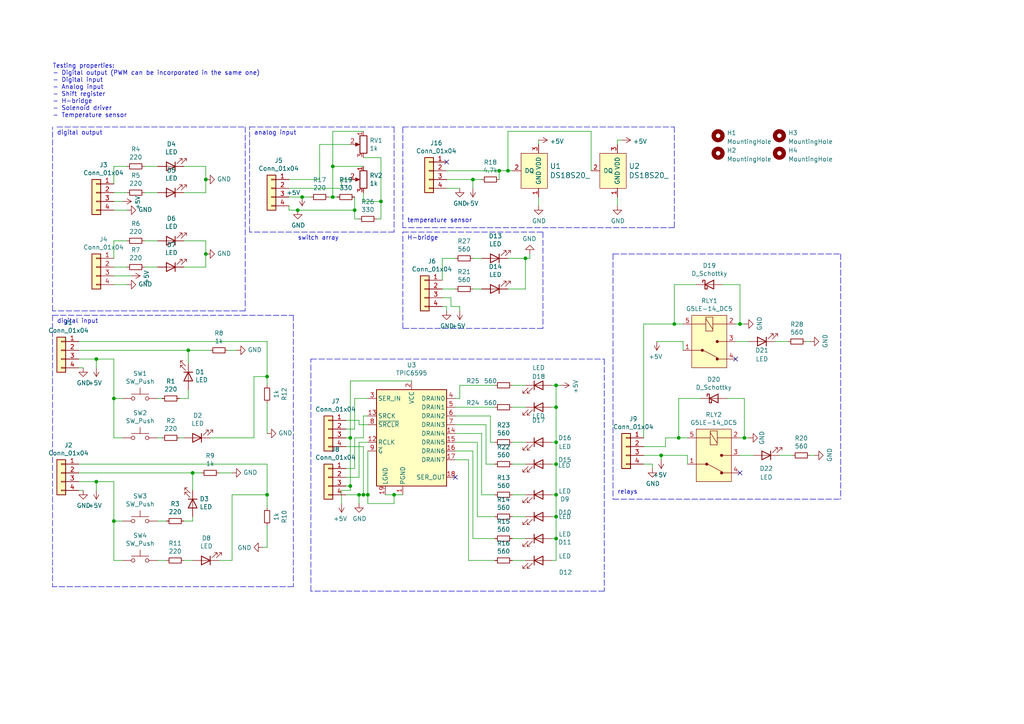
<source format=kicad_sch>
(kicad_sch (version 20211123) (generator eeschema)
  (paper "A4")
  (lib_symbols
    (symbol "Mechanical:MountingHole" (pin_names (offset 1.016))
      (property "Reference" "H" (at 0 5.08 0))
      (property "Value" "MountingHole" (at 0 3.175 0))
    )
    (symbol "testing_board-rescue:+5V-power" (power) (pin_names (offset 0))
      (property "Value" "+5V-power" (at 0 3.556 0))
      (symbol "+5V-power_1_1"
        (pin power_in line (at 0 0 90) (length 0) hide (name "+5V") (number "1"))
      )
    )
    (symbol "testing_board-rescue:Conn_01x04-Connector_Generic" (pin_names (offset 1.016) hide)
      (property "Reference" "J" (at 0 5.08 0))
      (property "Value" "Conn_01x04-Connector_Generic" (at 0 -7.62 0))
      (symbol "Conn_01x04-Connector_Generic_1_1"
        (pin passive line (at -5.08 2.54 0) (length 3.81) (name "Pin_1") (number "1"))
        (pin passive line (at -5.08 0 0) (length 3.81) (name "Pin_2") (number "2"))
        (pin passive line (at -5.08 -2.54 0) (length 3.81) (name "Pin_3") (number "3"))
        (pin passive line (at -5.08 -5.08 0) (length 3.81) (name "Pin_4") (number "4"))
      )
    )
    (symbol "testing_board-rescue:DS18S20_-dk_Temperature-Sensors-Analog-and-Digital-Output" (pin_names (offset 1.016))
      (property "Reference" "U" (at -5.08 6.35 0))
      (property "Value" "DS18S20_-dk_Temperature-Sensors-Analog-and-Digital-Output" (at 3.81 -7.62 90))
      (symbol "DS18S20_-dk_Temperature-Sensors-Analog-and-Digital-Output_1_1"
        (pin power_in line (at 0 -7.62 90) (length 2.54) (name "GND") (number "1"))
        (pin bidirectional line (at -7.62 0 0) (length 2.54) (name "DQ") (number "2"))
        (pin power_in line (at 0 7.62 270) (length 2.54) (name "VDD") (number "3"))
      )
    )
    (symbol "testing_board-rescue:D_Schottky-Device" (pin_numbers hide) (pin_names (offset 1.016) hide)
      (property "Reference" "D" (at 0 2.54 0))
      (property "Value" "D_Schottky-Device" (at 0 -2.54 0))
      (symbol "D_Schottky-Device_1_1"
        (pin passive line (at -3.81 0 0) (length 2.54) (name "K") (number "1"))
        (pin passive line (at 3.81 0 180) (length 2.54) (name "A") (number "2"))
      )
    )
    (symbol "testing_board-rescue:G5LE-14_DC5-dk_Power-Relays-Over-2-Amps" (pin_names (offset 0) hide)
      (property "Reference" "RLY" (at -8.636 6.858 0))
      (property "Value" "G5LE-14_DC5-dk_Power-Relays-Over-2-Amps" (at -8.89 5.08 90))
      (symbol "G5LE-14_DC5-dk_Power-Relays-Over-2-Amps_1_1"
        (pin passive line (at 2.54 -7.62 90) (length 2.54) (name "COM") (number "1"))
        (pin passive line (at -5.08 7.62 270) (length 2.54) (name "COIL") (number "2"))
        (pin passive line (at 0 7.62 270) (length 2.54) (name "NO") (number "3"))
        (pin passive line (at 5.08 7.62 270) (length 2.54) (name "NC") (number "4"))
        (pin passive line (at -5.08 -7.62 90) (length 2.54) (name "COIL") (number "5"))
      )
    )
    (symbol "testing_board-rescue:GND-power" (power) (pin_names (offset 0))
      (property "Value" "GND-power" (at 0 -3.81 0))
      (symbol "GND-power_1_1"
        (pin power_in line (at 0 0 270) (length 0) hide (name "GND") (number "1"))
      )
    )
    (symbol "testing_board-rescue:LED-Device" (pin_numbers hide) (pin_names (offset 1.016) hide)
      (property "Reference" "D" (at 0 2.54 0))
      (property "Value" "LED-Device" (at 0 -2.54 0))
      (symbol "LED-Device_1_1"
        (pin passive line (at -3.81 0 0) (length 2.54) (name "K") (number "1"))
        (pin passive line (at 3.81 0 180) (length 2.54) (name "A") (number "2"))
      )
    )
    (symbol "testing_board-rescue:R_POT-Device" (pin_names (offset 1.016) hide)
      (property "Reference" "RV" (at -4.445 0 90))
      (property "Value" "R_POT-Device" (at -2.54 0 90))
      (symbol "R_POT-Device_1_1"
        (pin passive line (at 0 3.81 270) (length 1.27) (name "1") (number "1"))
        (pin passive line (at 3.81 0 180) (length 1.27) (name "2") (number "2"))
        (pin passive line (at 0 -3.81 90) (length 1.27) (name "3") (number "3"))
      )
    )
    (symbol "testing_board-rescue:R_Small-Device" (pin_numbers hide) (pin_names (offset 0.254) hide)
      (property "Reference" "R" (at 0.762 0.508 0))
      (property "Value" "R_Small-Device" (at 0.762 -1.016 0))
      (symbol "R_Small-Device_1_1"
        (pin passive line (at 0 2.54 270) (length 0.762) (name "~") (number "1"))
        (pin passive line (at 0 -2.54 90) (length 0.762) (name "~") (number "2"))
      )
    )
    (symbol "testing_board-rescue:SW_Push-Switch" (pin_numbers hide) (pin_names (offset 1.016) hide)
      (property "Reference" "SW" (at 1.27 2.54 0))
      (property "Value" "SW_Push-Switch" (at 0 -1.524 0))
      (symbol "SW_Push-Switch_0_1"
        (pin passive line (at -5.08 0 0) (length 2.54) (name "1") (number "1"))
        (pin passive line (at 5.08 0 180) (length 2.54) (name "2") (number "2"))
      )
    )
    (symbol "testing_board-rescue:TPIC6595-Interface_Expansion" (pin_names (offset 0.381))
      (property "Reference" "U" (at -8.89 13.97 0))
      (property "Value" "TPIC6595-Interface_Expansion" (at 6.35 13.97 0))
      (symbol "TPIC6595-Interface_Expansion_1_1"
        (pin power_in line (at -2.54 -17.78 90) (length 2.54) (name "PGND") (number "1"))
        (pin passive line (at -2.54 -17.78 90) (length 2.54) hide (name "PGND") (number "10"))
        (pin passive line (at -2.54 -17.78 90) (length 2.54) hide (name "PGND") (number "11"))
        (pin input line (at -12.7 -2.54 0) (length 2.54) (name "RCLK") (number "12"))
        (pin input line (at -12.7 5.08 0) (length 2.54) (name "SRCK") (number "13"))
        (pin open_collector line (at 12.7 0 180) (length 2.54) (name "DRAIN4") (number "14"))
        (pin open_collector line (at 12.7 -2.54 180) (length 2.54) (name "DRAIN5") (number "15"))
        (pin open_collector line (at 12.7 -5.08 180) (length 2.54) (name "DRAIN6") (number "16"))
        (pin open_collector line (at 12.7 -7.62 180) (length 2.54) (name "DRAIN7") (number "17"))
        (pin output line (at 12.7 -12.7 180) (length 2.54) (name "SER_OUT") (number "18"))
        (pin power_in line (at -7.62 -17.78 90) (length 2.54) (name "LGND") (number "19"))
        (pin power_in line (at 0 15.24 270) (length 2.54) (name "VCC") (number "2"))
        (pin passive line (at -2.54 -17.78 90) (length 2.54) hide (name "PGND") (number "20"))
        (pin input line (at -12.7 10.16 0) (length 2.54) (name "SER_IN") (number "3"))
        (pin open_collector line (at 12.7 10.16 180) (length 2.54) (name "DRAIN0") (number "4"))
        (pin open_collector line (at 12.7 7.62 180) (length 2.54) (name "DRAIN1") (number "5"))
        (pin open_collector line (at 12.7 5.08 180) (length 2.54) (name "DRAIN2") (number "6"))
        (pin open_collector line (at 12.7 2.54 180) (length 2.54) (name "DRAIN3") (number "7"))
        (pin input line (at -12.7 2.54 0) (length 2.54) (name "~{SRCLR}") (number "8"))
        (pin input line (at -12.7 -5.08 0) (length 2.54) (name "~{G}") (number "9"))
      )
    )
  )
  (junction (at 104.14 143.51))
  (junction (at 77.47 109.22))
  (junction (at 102.87 60.96))
  (junction (at 161.29 143.51))
  (junction (at 96.52 48.26))
  (junction (at 161.29 128.27))
  (junction (at 101.6 127))
  (junction (at 77.47 143.51))
  (junction (at 105.41 143.51))
  (junction (at 27.94 104.14))
  (junction (at 87.63 57.15))
  (junction (at 161.29 118.11))
  (junction (at 195.58 93.98))
  (junction (at 110.49 58.42))
  (junction (at 114.3 143.51))
  (junction (at 147.32 49.53))
  (junction (at 27.94 139.7))
  (junction (at 144.78 49.53))
  (junction (at 196.85 127))
  (junction (at 215.9 127))
  (junction (at 59.69 73.66))
  (junction (at 214.63 93.98))
  (junction (at 96.52 57.15))
  (junction (at 152.4 74.93))
  (junction (at 161.29 149.86))
  (junction (at 55.88 137.16))
  (junction (at 33.02 115.57))
  (junction (at 101.6 140.97))
  (junction (at 59.69 52.07))
  (junction (at 33.02 151.13))
  (junction (at 86.36 60.96))
  (junction (at 137.16 52.07))
  (junction (at 161.29 134.62))
  (junction (at 161.29 156.21))
  (junction (at 161.29 111.76))
  (junction (at 54.61 101.6))
  (junction (at 106.68 143.51))
  (junction (at 191.77 132.08))
  (no_connect (at 213.36 104.14))
  (no_connect (at 129.54 46.99))
  (no_connect (at 214.63 137.16))
  (no_connect (at 132.08 138.43))
  (wire (pts (xy 52.07 127) (xy 53.34 127)))
  (wire (pts (xy 180.34 40.64) (xy 179.07 40.64)))
  (wire (pts (xy 77.47 134.62) (xy 22.86 134.62)))
  (wire (pts (xy 195.58 93.98) (xy 198.12 93.98)))
  (wire (pts (xy 106.68 146.05) (xy 114.3 146.05)))
  (wire (pts (xy 46.99 127) (xy 45.72 127)))
  (wire (pts (xy 100.33 121.92) (xy 104.14 121.92)))
  (wire (pts (xy 148.59 149.86) (xy 152.4 149.86)))
  (wire (pts (xy 132.08 118.11) (xy 143.51 118.11)))
  (wire (pts (xy 33.02 58.42) (xy 35.56 58.42)))
  (wire (pts (xy 99.06 52.07) (xy 99.06 54.61)))
  (polyline (pts (xy 15.24 91.44) (xy 15.24 170.18)))
  (wire (pts (xy 142.24 128.27) (xy 143.51 128.27)))
  (wire (pts (xy 83.82 57.15) (xy 87.63 57.15)))
  (polyline (pts (xy 72.39 36.83) (xy 114.3 36.83)))
  (wire (pts (xy 148.59 118.11) (xy 152.4 118.11)))
  (wire (pts (xy 67.31 143.51) (xy 77.47 143.51)))
  (wire (pts (xy 33.02 80.01) (xy 38.1 80.01)))
  (wire (pts (xy 33.02 162.56) (xy 35.56 162.56)))
  (wire (pts (xy 147.32 38.1) (xy 171.45 38.1)))
  (polyline (pts (xy 177.8 144.78) (xy 243.84 144.78)))
  (wire (pts (xy 215.9 93.98) (xy 214.63 93.98)))
  (wire (pts (xy 22.86 142.24) (xy 24.13 142.24)))
  (wire (pts (xy 196.85 127) (xy 199.39 127)))
  (wire (pts (xy 161.29 143.51) (xy 161.29 149.86)))
  (wire (pts (xy 129.54 88.9) (xy 128.27 88.9)))
  (wire (pts (xy 160.02 156.21) (xy 161.29 156.21)))
  (wire (pts (xy 196.85 115.57) (xy 203.2 115.57)))
  (wire (pts (xy 196.85 115.57) (xy 196.85 127)))
  (wire (pts (xy 137.16 52.07) (xy 129.54 52.07)))
  (wire (pts (xy 215.9 127) (xy 214.63 127)))
  (wire (pts (xy 106.68 130.81) (xy 106.68 143.51)))
  (wire (pts (xy 132.08 130.81) (xy 137.16 130.81)))
  (wire (pts (xy 148.59 156.21) (xy 152.4 156.21)))
  (wire (pts (xy 101.6 127) (xy 101.6 140.97)))
  (wire (pts (xy 102.87 135.89) (xy 102.87 127)))
  (wire (pts (xy 186.69 129.54) (xy 193.04 129.54)))
  (wire (pts (xy 128.27 74.93) (xy 132.08 74.93)))
  (wire (pts (xy 63.5 137.16) (xy 67.31 137.16)))
  (wire (pts (xy 217.17 99.06) (xy 213.36 99.06)))
  (wire (pts (xy 189.23 134.62) (xy 189.23 135.89)))
  (wire (pts (xy 102.87 124.46) (xy 102.87 115.57)))
  (wire (pts (xy 186.69 93.98) (xy 195.58 93.98)))
  (wire (pts (xy 53.34 77.47) (xy 59.69 77.47)))
  (wire (pts (xy 147.32 49.53) (xy 148.59 49.53)))
  (polyline (pts (xy 177.8 73.66) (xy 243.84 73.66)))
  (wire (pts (xy 139.7 143.51) (xy 143.51 143.51)))
  (wire (pts (xy 156.21 57.15) (xy 156.21 59.69)))
  (polyline (pts (xy 85.09 91.44) (xy 85.09 170.18)))
  (wire (pts (xy 33.02 82.55) (xy 36.83 82.55)))
  (wire (pts (xy 59.69 77.47) (xy 59.69 73.66)))
  (wire (pts (xy 99.06 146.05) (xy 99.06 142.24)))
  (wire (pts (xy 104.14 123.19) (xy 106.68 123.19)))
  (wire (pts (xy 100.33 143.51) (xy 104.14 143.51)))
  (wire (pts (xy 161.29 111.76) (xy 162.56 111.76)))
  (wire (pts (xy 87.63 57.15) (xy 90.17 57.15)))
  (wire (pts (xy 102.87 115.57) (xy 106.68 115.57)))
  (wire (pts (xy 161.29 162.56) (xy 160.02 162.56)))
  (wire (pts (xy 77.47 99.06) (xy 22.86 99.06)))
  (wire (pts (xy 106.68 143.51) (xy 106.68 146.05)))
  (wire (pts (xy 22.86 101.6) (xy 54.61 101.6)))
  (wire (pts (xy 156.21 40.64) (xy 156.21 41.91)))
  (wire (pts (xy 33.02 60.96) (xy 36.83 60.96)))
  (wire (pts (xy 33.02 127) (xy 35.56 127)))
  (polyline (pts (xy 90.17 171.45) (xy 90.17 104.14)))
  (wire (pts (xy 33.02 53.34) (xy 33.02 48.26)))
  (wire (pts (xy 186.69 127) (xy 186.69 93.98)))
  (wire (pts (xy 53.34 69.85) (xy 59.69 69.85)))
  (wire (pts (xy 66.04 101.6) (xy 68.58 101.6)))
  (wire (pts (xy 129.54 49.53) (xy 144.78 49.53)))
  (wire (pts (xy 142.24 120.65) (xy 142.24 128.27)))
  (wire (pts (xy 59.69 69.85) (xy 59.69 73.66)))
  (wire (pts (xy 41.91 55.88) (xy 45.72 55.88)))
  (wire (pts (xy 214.63 93.98) (xy 213.36 93.98)))
  (wire (pts (xy 105.41 120.65) (xy 106.68 120.65)))
  (wire (pts (xy 95.25 57.15) (xy 96.52 57.15)))
  (wire (pts (xy 152.4 74.93) (xy 152.4 83.82)))
  (wire (pts (xy 138.43 149.86) (xy 138.43 128.27)))
  (wire (pts (xy 105.41 143.51) (xy 104.14 143.51)))
  (wire (pts (xy 218.44 132.08) (xy 214.63 132.08)))
  (wire (pts (xy 101.6 140.97) (xy 100.33 140.97)))
  (wire (pts (xy 137.16 83.82) (xy 139.7 83.82)))
  (wire (pts (xy 27.94 104.14) (xy 33.02 104.14)))
  (polyline (pts (xy 157.48 95.25) (xy 116.84 95.25)))
  (wire (pts (xy 41.91 69.85) (xy 45.72 69.85)))
  (wire (pts (xy 140.97 134.62) (xy 143.51 134.62)))
  (wire (pts (xy 144.78 49.53) (xy 147.32 49.53)))
  (wire (pts (xy 41.91 48.26) (xy 45.72 48.26)))
  (polyline (pts (xy 195.58 66.04) (xy 116.84 66.04)))
  (wire (pts (xy 135.89 162.56) (xy 135.89 133.35)))
  (wire (pts (xy 27.94 104.14) (xy 27.94 106.68)))
  (polyline (pts (xy 175.26 104.14) (xy 175.26 171.45)))
  (wire (pts (xy 73.66 109.22) (xy 73.66 127)))
  (wire (pts (xy 53.34 55.88) (xy 59.69 55.88)))
  (wire (pts (xy 130.81 88.9) (xy 133.35 88.9)))
  (wire (pts (xy 100.33 135.89) (xy 102.87 135.89)))
  (wire (pts (xy 27.94 139.7) (xy 33.02 139.7)))
  (wire (pts (xy 102.87 60.96) (xy 86.36 60.96)))
  (wire (pts (xy 67.31 162.56) (xy 67.31 143.51)))
  (wire (pts (xy 161.29 156.21) (xy 161.29 162.56)))
  (polyline (pts (xy 175.26 171.45) (xy 90.17 171.45)))
  (wire (pts (xy 22.86 104.14) (xy 27.94 104.14)))
  (wire (pts (xy 77.47 143.51) (xy 77.47 147.32)))
  (wire (pts (xy 114.3 146.05) (xy 114.3 143.51)))
  (wire (pts (xy 100.33 129.54) (xy 105.41 129.54)))
  (polyline (pts (xy 16.51 36.83) (xy 71.12 36.83)))
  (wire (pts (xy 160.02 111.76) (xy 161.29 111.76)))
  (polyline (pts (xy 195.58 36.83) (xy 195.58 66.04)))
  (wire (pts (xy 86.36 60.96) (xy 83.82 60.96)))
  (polyline (pts (xy 116.84 95.25) (xy 116.84 67.31)))
  (wire (pts (xy 33.02 48.26) (xy 36.83 48.26)))
  (wire (pts (xy 137.16 74.93) (xy 139.7 74.93)))
  (wire (pts (xy 236.22 132.08) (xy 234.95 132.08)))
  (wire (pts (xy 140.97 123.19) (xy 140.97 134.62)))
  (wire (pts (xy 133.35 88.9) (xy 133.35 90.17)))
  (polyline (pts (xy 71.12 90.17) (xy 15.24 90.17)))
  (wire (pts (xy 234.95 99.06) (xy 233.68 99.06)))
  (polyline (pts (xy 15.24 90.17) (xy 15.24 36.83)))
  (polyline (pts (xy 243.84 73.66) (xy 243.84 144.78)))
  (wire (pts (xy 228.6 99.06) (xy 224.79 99.06)))
  (wire (pts (xy 33.02 139.7) (xy 33.02 151.13)))
  (polyline (pts (xy 116.84 36.83) (xy 195.58 36.83)))
  (wire (pts (xy 198.12 99.06) (xy 198.12 101.6)))
  (wire (pts (xy 147.32 74.93) (xy 152.4 74.93)))
  (wire (pts (xy 45.72 115.57) (xy 46.99 115.57)))
  (wire (pts (xy 33.02 74.93) (xy 33.02 69.85)))
  (wire (pts (xy 22.86 137.16) (xy 55.88 137.16)))
  (wire (pts (xy 101.6 142.24) (xy 101.6 140.97)))
  (wire (pts (xy 101.6 127) (xy 101.6 110.49)))
  (wire (pts (xy 105.41 55.88) (xy 105.41 58.42)))
  (polyline (pts (xy 90.17 104.14) (xy 175.26 104.14)))
  (wire (pts (xy 45.72 151.13) (xy 48.26 151.13)))
  (wire (pts (xy 186.69 134.62) (xy 189.23 134.62)))
  (polyline (pts (xy 114.3 36.83) (xy 114.3 67.31)))
  (wire (pts (xy 214.63 82.55) (xy 214.63 93.98)))
  (wire (pts (xy 179.07 40.64) (xy 179.07 41.91)))
  (wire (pts (xy 22.86 139.7) (xy 27.94 139.7)))
  (wire (pts (xy 48.26 162.56) (xy 45.72 162.56)))
  (wire (pts (xy 96.52 57.15) (xy 97.79 57.15)))
  (wire (pts (xy 147.32 83.82) (xy 152.4 83.82)))
  (polyline (pts (xy 85.09 170.18) (xy 15.24 170.18)))
  (wire (pts (xy 171.45 38.1) (xy 171.45 49.53)))
  (wire (pts (xy 114.3 143.51) (xy 116.84 143.51)))
  (wire (pts (xy 104.14 128.27) (xy 106.68 128.27)))
  (wire (pts (xy 132.08 123.19) (xy 140.97 123.19)))
  (wire (pts (xy 143.51 149.86) (xy 138.43 149.86)))
  (wire (pts (xy 195.58 82.55) (xy 201.93 82.55)))
  (wire (pts (xy 100.33 124.46) (xy 102.87 124.46)))
  (wire (pts (xy 161.29 128.27) (xy 161.29 134.62)))
  (wire (pts (xy 77.47 134.62) (xy 77.47 143.51)))
  (wire (pts (xy 153.67 74.93) (xy 153.67 73.66)))
  (wire (pts (xy 83.82 54.61) (xy 99.06 54.61)))
  (wire (pts (xy 33.02 115.57) (xy 33.02 127)))
  (wire (pts (xy 193.04 129.54) (xy 193.04 127)))
  (wire (pts (xy 210.82 115.57) (xy 215.9 115.57)))
  (wire (pts (xy 55.88 149.86) (xy 55.88 151.13)))
  (wire (pts (xy 161.29 128.27) (xy 160.02 128.27)))
  (wire (pts (xy 138.43 128.27) (xy 132.08 128.27)))
  (wire (pts (xy 132.08 83.82) (xy 128.27 83.82)))
  (wire (pts (xy 133.35 111.76) (xy 143.51 111.76)))
  (wire (pts (xy 83.82 60.96) (xy 83.82 59.69)))
  (wire (pts (xy 104.14 143.51) (xy 104.14 146.05)))
  (wire (pts (xy 54.61 105.41) (xy 54.61 101.6)))
  (wire (pts (xy 105.41 127) (xy 105.41 120.65)))
  (wire (pts (xy 139.7 125.73) (xy 139.7 143.51)))
  (wire (pts (xy 128.27 86.36) (xy 130.81 86.36)))
  (wire (pts (xy 110.49 63.5) (xy 109.22 63.5)))
  (wire (pts (xy 104.14 138.43) (xy 104.14 128.27)))
  (wire (pts (xy 199.39 132.08) (xy 199.39 134.62)))
  (wire (pts (xy 186.69 132.08) (xy 191.77 132.08)))
  (wire (pts (xy 33.02 69.85) (xy 36.83 69.85)))
  (polyline (pts (xy 15.24 91.44) (xy 85.09 91.44)))
  (wire (pts (xy 209.55 82.55) (xy 214.63 82.55)))
  (wire (pts (xy 77.47 116.84) (xy 77.47 125.73)))
  (wire (pts (xy 22.86 106.68) (xy 24.13 106.68)))
  (polyline (pts (xy 157.48 67.31) (xy 157.48 95.25)))
  (polyline (pts (xy 177.8 73.66) (xy 177.8 144.78)))
  (wire (pts (xy 161.29 149.86) (xy 161.29 156.21)))
  (wire (pts (xy 132.08 120.65) (xy 142.24 120.65)))
  (wire (pts (xy 148.59 111.76) (xy 152.4 111.76)))
  (wire (pts (xy 148.59 162.56) (xy 152.4 162.56)))
  (wire (pts (xy 92.71 52.07) (xy 83.82 52.07)))
  (wire (pts (xy 67.31 162.56) (xy 63.5 162.56)))
  (wire (pts (xy 77.47 158.75) (xy 76.2 158.75)))
  (wire (pts (xy 101.6 110.49) (xy 119.38 110.49)))
  (wire (pts (xy 102.87 60.96) (xy 102.87 63.5)))
  (wire (pts (xy 41.91 77.47) (xy 45.72 77.47)))
  (wire (pts (xy 137.16 156.21) (xy 143.51 156.21)))
  (wire (pts (xy 55.88 162.56) (xy 53.34 162.56)))
  (wire (pts (xy 105.41 38.1) (xy 96.52 38.1)))
  (wire (pts (xy 215.9 115.57) (xy 215.9 127)))
  (polyline (pts (xy 114.3 67.31) (xy 72.39 67.31)))
  (wire (pts (xy 137.16 130.81) (xy 137.16 156.21)))
  (wire (pts (xy 60.96 127) (xy 73.66 127)))
  (wire (pts (xy 53.34 48.26) (xy 59.69 48.26)))
  (wire (pts (xy 54.61 101.6) (xy 60.96 101.6)))
  (wire (pts (xy 55.88 137.16) (xy 58.42 137.16)))
  (wire (pts (xy 100.33 138.43) (xy 104.14 138.43)))
  (wire (pts (xy 132.08 115.57) (xy 133.35 115.57)))
  (wire (pts (xy 161.29 111.76) (xy 161.29 118.11)))
  (wire (pts (xy 105.41 129.54) (xy 105.41 143.51)))
  (wire (pts (xy 137.16 54.61) (xy 137.16 52.07)))
  (wire (pts (xy 160.02 149.86) (xy 161.29 149.86)))
  (polyline (pts (xy 116.84 66.04) (xy 116.84 36.83)))
  (wire (pts (xy 101.6 52.07) (xy 99.06 52.07)))
  (wire (pts (xy 135.89 133.35) (xy 132.08 133.35)))
  (wire (pts (xy 161.29 118.11) (xy 161.29 128.27)))
  (wire (pts (xy 27.94 139.7) (xy 27.94 142.24)))
  (wire (pts (xy 77.47 152.4) (xy 77.47 158.75)))
  (wire (pts (xy 161.29 134.62) (xy 161.29 143.51)))
  (wire (pts (xy 133.35 115.57) (xy 133.35 111.76)))
  (wire (pts (xy 73.66 109.22) (xy 77.47 109.22)))
  (wire (pts (xy 148.59 128.27) (xy 152.4 128.27)))
  (wire (pts (xy 33.02 151.13) (xy 33.02 162.56)))
  (wire (pts (xy 53.34 151.13) (xy 55.88 151.13)))
  (wire (pts (xy 96.52 48.26) (xy 96.52 57.15)))
  (wire (pts (xy 190.5 99.06) (xy 198.12 99.06)))
  (wire (pts (xy 229.87 132.08) (xy 226.06 132.08)))
  (polyline (pts (xy 72.39 67.31) (xy 72.39 36.83)))
  (wire (pts (xy 77.47 99.06) (xy 77.47 109.22)))
  (wire (pts (xy 102.87 63.5) (xy 104.14 63.5)))
  (wire (pts (xy 111.76 143.51) (xy 114.3 143.51)))
  (wire (pts (xy 152.4 74.93) (xy 153.67 74.93)))
  (wire (pts (xy 195.58 82.55) (xy 195.58 93.98)))
  (wire (pts (xy 129.54 88.9) (xy 129.54 90.17)))
  (wire (pts (xy 105.41 58.42) (xy 110.49 58.42)))
  (wire (pts (xy 143.51 162.56) (xy 135.89 162.56)))
  (polyline (pts (xy 71.12 36.83) (xy 71.12 90.17)))
  (wire (pts (xy 77.47 109.22) (xy 77.47 111.76)))
  (wire (pts (xy 160.02 134.62) (xy 161.29 134.62)))
  (wire (pts (xy 33.02 104.14) (xy 33.02 115.57)))
  (wire (pts (xy 144.78 49.53) (xy 144.78 52.07)))
  (wire (pts (xy 106.68 143.51) (xy 105.41 143.51)))
  (wire (pts (xy 217.17 127) (xy 215.9 127)))
  (wire (pts (xy 104.14 121.92) (xy 104.14 123.19)))
  (wire (pts (xy 147.32 49.53) (xy 147.32 38.1)))
  (wire (pts (xy 110.49 45.72) (xy 110.49 58.42)))
  (wire (pts (xy 33.02 151.13) (xy 35.56 151.13)))
  (wire (pts (xy 55.88 137.16) (xy 55.88 142.24)))
  (wire (pts (xy 54.61 113.03) (xy 54.61 115.57)))
  (wire (pts (xy 130.81 86.36) (xy 130.81 88.9)))
  (wire (pts (xy 128.27 81.28) (xy 128.27 74.93)))
  (wire (pts (xy 102.87 57.15) (xy 102.87 60.96)))
  (wire (pts (xy 191.77 132.08) (xy 191.77 133.35)))
  (wire (pts (xy 102.87 127) (xy 105.41 127)))
  (wire (pts (xy 52.07 115.57) (xy 54.61 115.57)))
  (wire (pts (xy 99.06 142.24) (xy 101.6 142.24)))
  (wire (pts (xy 101.6 41.91) (xy 92.71 41.91)))
  (wire (pts (xy 160.02 143.51) (xy 161.29 143.51)))
  (wire (pts (xy 33.02 77.47) (xy 36.83 77.47)))
  (wire (pts (xy 179.07 57.15) (xy 179.07 59.69)))
  (wire (pts (xy 148.59 143.51) (xy 152.4 143.51)))
  (wire (pts (xy 96.52 48.26) (xy 105.41 48.26)))
  (wire (pts (xy 193.04 127) (xy 196.85 127)))
  (wire (pts (xy 137.16 52.07) (xy 139.7 52.07)))
  (wire (pts (xy 191.77 132.08) (xy 199.39 132.08)))
  (wire (pts (xy 96.52 38.1) (xy 96.52 48.26)))
  (wire (pts (xy 100.33 127) (xy 101.6 127)))
  (wire (pts (xy 110.49 58.42) (xy 110.49 63.5)))
  (wire (pts (xy 92.71 41.91) (xy 92.71 52.07)))
  (wire (pts (xy 33.02 55.88) (xy 36.83 55.88)))
  (wire (pts (xy 132.08 125.73) (xy 139.7 125.73)))
  (wire (pts (xy 59.69 55.88) (xy 59.69 52.07)))
  (polyline (pts (xy 116.84 67.31) (xy 157.48 67.31)))
  (wire (pts (xy 161.29 118.11) (xy 160.02 118.11)))
  (wire (pts (xy 59.69 48.26) (xy 59.69 52.07)))
  (wire (pts (xy 148.59 134.62) (xy 152.4 134.62)))
  (wire (pts (xy 133.35 54.61) (xy 129.54 54.61)))
  (wire (pts (xy 33.02 115.57) (xy 35.56 115.57)))
  (wire (pts (xy 105.41 45.72) (xy 110.49 45.72)))
  (text "digital output" (at 16.51 39.37 0) (effects (font (size 1.27 1.27)) (justify left bottom)))
  (text "analog input" (at 73.66 39.37 0) (effects (font (size 1.27 1.27)) (justify left bottom)))
  (text "Testing properties:\n- Digital output (PWM can be incorporated in the same one)\n- Digital input\n- Analog input\n- Shift register\n- H-bridge\n- Solenoid driver\n- Temperature sensor\n" (at 15.24 34.29 0) (effects (font (size 1.27 1.27)) (justify left bottom)))
  (text "H-bridge" (at 118.11 69.85 0) (effects (font (size 1.27 1.27)) (justify left bottom)))
  (text "relays" (at 179.07 143.51 0) (effects (font (size 1.27 1.27)) (justify left bottom)))
  (text "digital input\n" (at 16.51 93.98 0) (effects (font (size 1.27 1.27)) (justify left bottom)))
  (text "switch array" (at 86.36 69.85 0) (effects (font (size 1.27 1.27)) (justify left bottom)))
  (text "temperature sensor" (at 118.11 64.77 0) (effects (font (size 1.27 1.27)) (justify left bottom)))
  (symbol (lib_id "testing_board-rescue:GND-power") (at 36.83 60.96 90) (unit 1)
    (property "Reference" "#PWR06" (effects hide))
    (property "Value" "GND" (at 40.0812 60.833 90) (effects (justify right)))
  )
  (symbol (lib_id "testing_board-rescue:R_Small-Device") (at 39.37 55.88 270) (unit 1)
    (property "Reference" "R5" (at 39.37 50.9016 90))
    (property "Value" "220" (at 39.37 53.213 90))
    (property "Footprint" "Resistor_THT:R_Axial_DIN0204_L3.6mm_D1.6mm_P2.54mm_Vertical" (effects hide))
  )
  (symbol (lib_id "testing_board-rescue:R_Small-Device") (at 39.37 48.26 270) (unit 1)
    (property "Reference" "R4" (at 39.37 43.2816 90))
    (property "Value" "220" (at 39.37 45.593 90))
    (property "Footprint" "Resistor_THT:R_Axial_DIN0204_L3.6mm_D1.6mm_P2.54mm_Vertical" (effects hide))
  )
  (symbol (lib_id "testing_board-rescue:LED-Device") (at 49.53 55.88 180) (unit 1)
    (property "Reference" "D5" (at 49.7078 49.403 0))
    (property "Value" "LED" (at 49.7078 51.7144 0))
    (property "Footprint" "LED_THT:LED_D3.0mm" (effects hide))
  )
  (symbol (lib_id "testing_board-rescue:LED-Device") (at 49.53 48.26 180) (unit 1)
    (property "Reference" "D4" (at 49.7078 41.783 0))
    (property "Value" "LED" (at 49.7078 44.0944 0))
    (property "Footprint" "LED_THT:LED_D3.0mm" (effects hide))
  )
  (symbol (lib_id "testing_board-rescue:GND-power") (at 59.69 52.07 90) (unit 1)
    (property "Reference" "#PWR012" (effects hide))
    (property "Value" "GND" (at 62.9412 51.943 90) (effects (justify right)))
  )
  (symbol (lib_id "testing_board-rescue:GND-power") (at 36.83 82.55 90) (unit 1)
    (property "Reference" "#PWR08" (effects hide))
    (property "Value" "GND" (at 40.0812 82.423 90) (effects (justify right)))
  )
  (symbol (lib_id "testing_board-rescue:R_Small-Device") (at 39.37 77.47 270) (unit 1)
    (property "Reference" "R7" (at 39.37 72.4916 90))
    (property "Value" "220" (at 39.37 74.803 90))
    (property "Footprint" "Resistor_THT:R_Axial_DIN0204_L3.6mm_D1.6mm_P2.54mm_Vertical" (effects hide))
  )
  (symbol (lib_id "testing_board-rescue:R_Small-Device") (at 39.37 69.85 270) (unit 1)
    (property "Reference" "R6" (at 39.37 64.8716 90))
    (property "Value" "220" (at 39.37 67.183 90))
    (property "Footprint" "Resistor_THT:R_Axial_DIN0204_L3.6mm_D1.6mm_P2.54mm_Vertical" (effects hide))
  )
  (symbol (lib_id "testing_board-rescue:LED-Device") (at 49.53 77.47 180) (unit 1)
    (property "Reference" "D7" (at 49.7078 70.993 0))
    (property "Value" "LED" (at 49.7078 73.3044 0))
    (property "Footprint" "LED_THT:LED_D3.0mm" (effects hide))
  )
  (symbol (lib_id "testing_board-rescue:LED-Device") (at 49.53 69.85 180) (unit 1)
    (property "Reference" "D6" (at 49.7078 63.373 0))
    (property "Value" "LED" (at 49.7078 65.6844 0))
    (property "Footprint" "LED_THT:LED_D3.0mm" (effects hide))
  )
  (symbol (lib_id "testing_board-rescue:GND-power") (at 59.69 73.66 90) (unit 1)
    (property "Reference" "#PWR013" (effects hide))
    (property "Value" "GND" (at 62.9412 73.533 90) (effects (justify right)))
  )
  (symbol (lib_id "testing_board-rescue:+5V-power") (at 27.94 106.68 180) (unit 1)
    (property "Reference" "#PWR03" (effects hide))
    (property "Value" "+5V" (at 27.559 111.0742 0))
  )
  (symbol (lib_id "testing_board-rescue:GND-power") (at 24.13 106.68 0) (unit 1)
    (property "Reference" "#PWR01" (effects hide))
    (property "Value" "GND" (at 24.257 111.0742 0))
  )
  (symbol (lib_id "testing_board-rescue:R_Small-Device") (at 77.47 114.3 180) (unit 1)
    (property "Reference" "R12" (at 82.4484 114.3 90))
    (property "Value" "1k" (at 80.137 114.3 90))
    (property "Footprint" "Resistor_THT:R_Axial_DIN0204_L3.6mm_D1.6mm_P2.54mm_Vertical" (effects hide))
  )
  (symbol (lib_id "testing_board-rescue:LED-Device") (at 54.61 109.22 270) (unit 1)
    (property "Reference" "D1" (at 56.642 107.8738 90) (effects (justify left)))
    (property "Value" "LED" (at 56.642 110.1852 90) (effects (justify left)))
    (property "Footprint" "LED_THT:LED_D3.0mm" (effects hide))
  )
  (symbol (lib_id "testing_board-rescue:LED-Device") (at 57.15 127 180) (unit 1)
    (property "Reference" "D2" (at 57.3278 120.523 0))
    (property "Value" "LED" (at 57.3278 122.8344 0))
    (property "Footprint" "LED_THT:LED_D3.0mm" (effects hide))
  )
  (symbol (lib_id "testing_board-rescue:SW_Push-Switch") (at 40.64 127 0) (unit 1)
    (property "Reference" "SW2" (at 40.64 119.761 0))
    (property "Value" "SW_Push" (at 40.64 122.0724 0))
    (property "Footprint" "Button_Switch_THT:SW_PUSH_6mm" (effects hide))
  )
  (symbol (lib_id "testing_board-rescue:SW_Push-Switch") (at 40.64 115.57 0) (unit 1)
    (property "Reference" "SW1" (at 40.64 108.331 0))
    (property "Value" "SW_Push" (at 40.64 110.6424 0))
    (property "Footprint" "Button_Switch_THT:SW_PUSH_6mm" (effects hide))
  )
  (symbol (lib_id "testing_board-rescue:R_Small-Device") (at 63.5 101.6 270) (unit 1)
    (property "Reference" "R8" (at 63.5 96.6216 90))
    (property "Value" "1k" (at 63.5 98.933 90))
    (property "Footprint" "Resistor_THT:R_Axial_DIN0204_L3.6mm_D1.6mm_P2.54mm_Vertical" (effects hide))
  )
  (symbol (lib_id "testing_board-rescue:GND-power") (at 68.58 101.6 90) (unit 1)
    (property "Reference" "#PWR09" (effects hide))
    (property "Value" "GND" (at 71.8312 101.473 90) (effects (justify right)))
  )
  (symbol (lib_id "testing_board-rescue:R_Small-Device") (at 49.53 115.57 90) (unit 1)
    (property "Reference" "R1" (at 49.53 110.5916 90))
    (property "Value" "220" (at 49.53 112.903 90))
    (property "Footprint" "Resistor_THT:R_Axial_DIN0204_L3.6mm_D1.6mm_P2.54mm_Vertical" (effects hide))
  )
  (symbol (lib_id "testing_board-rescue:R_Small-Device") (at 49.53 127 270) (unit 1)
    (property "Reference" "R2" (at 49.53 122.0216 90))
    (property "Value" "220" (at 49.53 124.333 90))
    (property "Footprint" "Resistor_THT:R_Axial_DIN0204_L3.6mm_D1.6mm_P2.54mm_Vertical" (effects hide))
  )
  (symbol (lib_id "testing_board-rescue:GND-power") (at 77.47 125.73 90) (unit 1)
    (property "Reference" "#PWR014" (effects hide))
    (property "Value" "GND" (at 80.7212 125.603 90) (effects (justify right)))
  )
  (symbol (lib_id "testing_board-rescue:+5V-power") (at 27.94 142.24 180) (unit 1)
    (property "Reference" "#PWR04" (effects hide))
    (property "Value" "+5V" (at 27.559 146.6342 0))
  )
  (symbol (lib_id "testing_board-rescue:GND-power") (at 24.13 142.24 0) (unit 1)
    (property "Reference" "#PWR02" (effects hide))
    (property "Value" "GND" (at 24.257 146.6342 0))
  )
  (symbol (lib_id "testing_board-rescue:R_Small-Device") (at 50.8 162.56 270) (unit 1)
    (property "Reference" "R11" (at 50.8 157.5816 90))
    (property "Value" "220" (at 50.8 159.893 90))
    (property "Footprint" "Resistor_THT:R_Axial_DIN0204_L3.6mm_D1.6mm_P2.54mm_Vertical" (effects hide))
  )
  (symbol (lib_id "testing_board-rescue:LED-Device") (at 55.88 146.05 270) (unit 1)
    (property "Reference" "D3" (at 57.912 144.7038 90) (effects (justify left)))
    (property "Value" "LED" (at 57.912 147.0152 90) (effects (justify left)))
    (property "Footprint" "LED_THT:LED_D3.0mm" (effects hide))
  )
  (symbol (lib_id "testing_board-rescue:LED-Device") (at 59.69 162.56 180) (unit 1)
    (property "Reference" "D8" (at 59.8678 156.083 0))
    (property "Value" "LED" (at 59.8678 158.3944 0))
    (property "Footprint" "LED_THT:LED_D3.0mm" (effects hide))
  )
  (symbol (lib_id "testing_board-rescue:SW_Push-Switch") (at 40.64 162.56 0) (unit 1)
    (property "Reference" "SW4" (at 40.64 155.321 0))
    (property "Value" "SW_Push" (at 40.64 157.6324 0))
    (property "Footprint" "Button_Switch_THT:SW_PUSH_6mm" (effects hide))
  )
  (symbol (lib_id "testing_board-rescue:SW_Push-Switch") (at 40.64 151.13 0) (unit 1)
    (property "Reference" "SW3" (at 40.64 143.891 0))
    (property "Value" "SW_Push" (at 40.64 146.2024 0))
    (property "Footprint" "Button_Switch_THT:SW_PUSH_6mm" (effects hide))
  )
  (symbol (lib_id "testing_board-rescue:GND-power") (at 67.31 137.16 90) (unit 1)
    (property "Reference" "#PWR010" (effects hide))
    (property "Value" "GND" (at 70.5612 137.033 90) (effects (justify right)))
  )
  (symbol (lib_id "testing_board-rescue:R_Small-Device") (at 50.8 151.13 90) (unit 1)
    (property "Reference" "R3" (at 50.8 146.1516 90))
    (property "Value" "220" (at 50.8 148.463 90))
    (property "Footprint" "Resistor_THT:R_Axial_DIN0204_L3.6mm_D1.6mm_P2.54mm_Vertical" (effects hide))
  )
  (symbol (lib_id "testing_board-rescue:R_Small-Device") (at 60.96 137.16 270) (unit 1)
    (property "Reference" "R9" (at 60.96 132.1816 90))
    (property "Value" "1k" (at 60.96 134.493 90))
    (property "Footprint" "Resistor_THT:R_Axial_DIN0204_L3.6mm_D1.6mm_P2.54mm_Vertical" (effects hide))
  )
  (symbol (lib_id "testing_board-rescue:R_Small-Device") (at 77.47 149.86 180) (unit 1)
    (property "Reference" "R10" (at 82.4484 149.86 90))
    (property "Value" "1k" (at 80.137 149.86 90))
    (property "Footprint" "Resistor_THT:R_Axial_DIN0204_L3.6mm_D1.6mm_P2.54mm_Vertical" (effects hide))
  )
  (symbol (lib_id "testing_board-rescue:GND-power") (at 76.2 158.75 270) (unit 1)
    (property "Reference" "#PWR011" (effects hide))
    (property "Value" "GND" (at 72.9488 158.877 90) (effects (justify right)))
  )
  (symbol (lib_id "testing_board-rescue:R_Small-Device") (at 232.41 132.08 90) (unit 1)
    (property "Reference" "R20" (at 232.41 127.1016 90))
    (property "Value" "560" (at 232.41 129.413 90))
    (property "Footprint" "Resistor_THT:R_Axial_DIN0204_L3.6mm_D1.6mm_P2.54mm_Vertical" (effects hide))
  )
  (symbol (lib_id "testing_board-rescue:LED-Device") (at 143.51 74.93 180) (unit 1)
    (property "Reference" "D13" (at 143.6878 68.453 0))
    (property "Value" "LED" (at 143.6878 70.7644 0))
    (property "Footprint" "LED_THT:LED_D3.0mm" (effects hide))
  )
  (symbol (lib_id "testing_board-rescue:LED-Device") (at 143.51 83.82 180) (unit 1)
    (property "Reference" "D14" (at 143.6878 77.343 0))
    (property "Value" "LED" (at 143.6878 79.6544 0))
    (property "Footprint" "LED_THT:LED_D3.0mm" (effects hide))
  )
  (symbol (lib_id "testing_board-rescue:R_Small-Device") (at 134.62 83.82 90) (unit 1)
    (property "Reference" "R21" (at 134.62 78.8416 90))
    (property "Value" "560" (at 134.62 81.153 90))
    (property "Footprint" "Resistor_THT:R_Axial_DIN0204_L3.6mm_D1.6mm_P2.54mm_Vertical" (effects hide))
  )
  (symbol (lib_id "testing_board-rescue:DS18S20_-dk_Temperature-Sensors-Analog-and-Digital-Output") (at 156.21 49.53 0) (unit 1)
    (property "Reference" "U1" (at 159.4612 48.1838 0) (effects (font (size 1.524 1.524)) (justify left)))
    (property "Value" "DS18S20_" (at 159.4612 50.8762 0) (effects (font (size 1.524 1.524)) (justify left)))
    (property "Footprint" "digikey-footprints:TO-92-3" (effects hide))
    (property "Datasheet" "https://datasheets.maximintegrated.com/en/ds/DS18S20.pdf" (effects hide))
    (property "Digi-Key_PN" "DS18S20+-ND" (effects hide))
    (property "MPN" "DS18S20+" (effects hide))
    (property "Category" "Sensors, Transducers" (effects hide))
    (property "Family" "Temperature Sensors - Analog and Digital Output" (effects hide))
    (property "DK_Datasheet_Link" "https://datasheets.maximintegrated.com/en/ds/DS18S20.pdf" (effects hide))
    (property "DK_Detail_Page" "/product-detail/en/maxim-integrated/DS18S20-/DS18S20--ND/1017697" (effects hide))
    (property "Description" "SENSOR DIGITAL -55C-125C TO92-3" (effects hide))
    (property "Manufacturer" "Maxim Integrated" (effects hide))
    (property "Status" "Active" (effects hide))
  )
  (symbol (lib_id "testing_board-rescue:GND-power") (at 133.35 54.61 0) (unit 1)
    (property "Reference" "#PWR017" (effects hide))
    (property "Value" "GND" (at 133.477 59.0042 0))
  )
  (symbol (lib_id "testing_board-rescue:+5V-power") (at 137.16 54.61 180) (unit 1)
    (property "Reference" "#PWR018" (effects hide))
    (property "Value" "+5V" (at 136.779 59.0042 0))
  )
  (symbol (lib_id "testing_board-rescue:R_Small-Device") (at 142.24 52.07 90) (unit 1)
    (property "Reference" "R18" (at 142.24 47.0916 90))
    (property "Value" "4.7k" (at 142.24 49.403 90))
    (property "Footprint" "Resistor_THT:R_Axial_DIN0204_L3.6mm_D1.6mm_P2.54mm_Vertical" (effects hide))
  )
  (symbol (lib_id "testing_board-rescue:+5V-power") (at 156.21 40.64 270) (unit 1)
    (property "Reference" "#PWR019" (effects hide))
    (property "Value" "+5V" (at 159.4612 41.021 90) (effects (justify left)))
  )
  (symbol (lib_id "testing_board-rescue:GND-power") (at 156.21 59.69 0) (unit 1)
    (property "Reference" "#PWR020" (effects hide))
    (property "Value" "GND" (at 156.337 64.0842 0))
  )
  (symbol (lib_id "testing_board-rescue:R_Small-Device") (at 146.05 143.51 270) (unit 1)
    (property "Reference" "R13" (at 146.05 138.5316 90))
    (property "Value" "560" (at 146.05 140.843 90))
    (property "Footprint" "Resistor_THT:R_Axial_DIN0204_L3.6mm_D1.6mm_P2.54mm_Vertical" (effects hide))
  )
  (symbol (lib_id "testing_board-rescue:LED-Device") (at 156.21 143.51 0) (unit 1)
    (property "Reference" "D9" (at 163.83 144.78 0))
    (property "Value" "LED" (at 163.83 142.4686 0))
    (property "Footprint" "LED_THT:LED_D3.0mm" (effects hide))
  )
  (symbol (lib_id "testing_board-rescue:DS18S20_-dk_Temperature-Sensors-Analog-and-Digital-Output") (at 179.07 49.53 0) (unit 1)
    (property "Reference" "U2" (at 182.3212 48.1838 0) (effects (font (size 1.524 1.524)) (justify left)))
    (property "Value" "DS18S20_" (at 182.3212 50.8762 0) (effects (font (size 1.524 1.524)) (justify left)))
    (property "Footprint" "digikey-footprints:TO-92-3" (effects hide))
    (property "Datasheet" "https://datasheets.maximintegrated.com/en/ds/DS18S20.pdf" (effects hide))
    (property "Digi-Key_PN" "DS18S20+-ND" (effects hide))
    (property "MPN" "DS18S20+" (effects hide))
    (property "Category" "Sensors, Transducers" (effects hide))
    (property "Family" "Temperature Sensors - Analog and Digital Output" (effects hide))
    (property "DK_Datasheet_Link" "https://datasheets.maximintegrated.com/en/ds/DS18S20.pdf" (effects hide))
    (property "DK_Detail_Page" "/product-detail/en/maxim-integrated/DS18S20-/DS18S20--ND/1017697" (effects hide))
    (property "Description" "SENSOR DIGITAL -55C-125C TO92-3" (effects hide))
    (property "Manufacturer" "Maxim Integrated" (effects hide))
    (property "Status" "Active" (effects hide))
  )
  (symbol (lib_id "testing_board-rescue:+5V-power") (at 180.34 40.64 270) (unit 1)
    (property "Reference" "#PWR022" (effects hide))
    (property "Value" "+5V" (at 183.5912 41.021 90) (effects (justify left)))
  )
  (symbol (lib_id "testing_board-rescue:GND-power") (at 179.07 59.69 0) (unit 1)
    (property "Reference" "#PWR021" (effects hide))
    (property "Value" "GND" (at 179.197 64.0842 0))
  )
  (symbol (lib_id "testing_board-rescue:LED-Device") (at 156.21 149.86 0) (unit 1)
    (property "Reference" "D10" (at 163.83 148.59 0))
    (property "Value" "LED" (at 163.83 149.86 0))
    (property "Footprint" "LED_THT:LED_D3.0mm" (effects hide))
  )
  (symbol (lib_id "testing_board-rescue:R_Small-Device") (at 146.05 149.86 270) (unit 1)
    (property "Reference" "R14" (at 146.05 144.8816 90))
    (property "Value" "560" (at 146.05 147.193 90))
    (property "Footprint" "Resistor_THT:R_Axial_DIN0204_L3.6mm_D1.6mm_P2.54mm_Vertical" (effects hide))
  )
  (symbol (lib_id "testing_board-rescue:LED-Device") (at 156.21 156.21 0) (unit 1)
    (property "Reference" "D11" (at 163.83 157.2514 0))
    (property "Value" "LED" (at 163.83 154.94 0))
    (property "Footprint" "LED_THT:LED_D3.0mm" (effects hide))
  )
  (symbol (lib_id "testing_board-rescue:R_Small-Device") (at 146.05 156.21 270) (unit 1)
    (property "Reference" "R15" (at 146.05 151.2316 90))
    (property "Value" "560" (at 146.05 153.543 90))
    (property "Footprint" "Resistor_THT:R_Axial_DIN0204_L3.6mm_D1.6mm_P2.54mm_Vertical" (effects hide))
  )
  (symbol (lib_id "testing_board-rescue:LED-Device") (at 156.21 162.56 0) (unit 1)
    (property "Reference" "D12" (at 164.0078 166.0144 0))
    (property "Value" "LED" (at 163.83 161.29 0))
    (property "Footprint" "LED_THT:LED_D3.0mm" (effects hide))
  )
  (symbol (lib_id "testing_board-rescue:R_Small-Device") (at 146.05 162.56 270) (unit 1)
    (property "Reference" "R16" (at 146.05 157.5816 90))
    (property "Value" "560" (at 146.05 159.893 90))
    (property "Footprint" "Resistor_THT:R_Axial_DIN0204_L3.6mm_D1.6mm_P2.54mm_Vertical" (effects hide))
  )
  (symbol (lib_id "testing_board-rescue:LED-Device") (at 156.21 111.76 0) (unit 1)
    (property "Reference" "D18" (at 156.21 109.22 0))
    (property "Value" "LED" (at 156.21 106.68 0))
    (property "Footprint" "LED_THT:LED_D3.0mm" (effects hide))
  )
  (symbol (lib_id "testing_board-rescue:R_Small-Device") (at 146.05 111.76 270) (unit 1)
    (property "Reference" "R25" (at 137.16 110.49 90))
    (property "Value" "560" (at 142.24 110.49 90))
    (property "Footprint" "Resistor_THT:R_Axial_DIN0204_L3.6mm_D1.6mm_P2.54mm_Vertical" (effects hide))
  )
  (symbol (lib_id "testing_board-rescue:LED-Device") (at 156.21 118.11 0) (unit 1)
    (property "Reference" "D17" (at 156.21 121.92 0))
    (property "Value" "LED" (at 156.21 120.65 0))
    (property "Footprint" "LED_THT:LED_D3.0mm" (effects hide))
  )
  (symbol (lib_id "testing_board-rescue:R_Small-Device") (at 146.05 118.11 270) (unit 1)
    (property "Reference" "R24" (at 137.16 116.84 90))
    (property "Value" "560" (at 142.24 116.84 90))
    (property "Footprint" "Resistor_THT:R_Axial_DIN0204_L3.6mm_D1.6mm_P2.54mm_Vertical" (effects hide))
  )
  (symbol (lib_id "testing_board-rescue:LED-Device") (at 156.21 128.27 0) (unit 1)
    (property "Reference" "D16" (at 163.83 127 0))
    (property "Value" "LED" (at 163.83 129.54 0))
    (property "Footprint" "LED_THT:LED_D3.0mm" (effects hide))
  )
  (symbol (lib_id "testing_board-rescue:R_Small-Device") (at 146.05 128.27 270) (unit 1)
    (property "Reference" "R23" (at 146.05 123.2916 90))
    (property "Value" "560" (at 146.05 125.603 90))
    (property "Footprint" "Resistor_THT:R_Axial_DIN0204_L3.6mm_D1.6mm_P2.54mm_Vertical" (effects hide))
  )
  (symbol (lib_id "testing_board-rescue:LED-Device") (at 156.21 134.62 0) (unit 1)
    (property "Reference" "D15" (at 163.83 133.35 0))
    (property "Value" "LED" (at 163.6522 134.9756 0))
    (property "Footprint" "LED_THT:LED_D3.0mm" (effects hide))
  )
  (symbol (lib_id "testing_board-rescue:R_Small-Device") (at 146.05 134.62 270) (unit 1)
    (property "Reference" "R22" (at 146.05 129.6416 90))
    (property "Value" "560" (at 146.05 131.953 90))
    (property "Footprint" "Resistor_THT:R_Axial_DIN0204_L3.6mm_D1.6mm_P2.54mm_Vertical" (effects hide))
  )
  (symbol (lib_id "testing_board-rescue:GND-power") (at 86.36 60.96 0) (unit 1)
    (property "Reference" "#PWR015" (effects hide))
    (property "Value" "GND" (at 86.487 65.3542 0))
  )
  (symbol (lib_id "testing_board-rescue:+5V-power") (at 87.63 57.15 180) (unit 1)
    (property "Reference" "#PWR016" (effects hide))
    (property "Value" "+5V" (at 85.09 55.88 0))
  )
  (symbol (lib_id "testing_board-rescue:R_POT-Device") (at 105.41 52.07 0) (mirror y) (unit 1)
    (property "Reference" "RV2" (at 107.188 50.9016 0) (effects (justify right)))
    (property "Value" "1k" (at 107.188 53.213 0) (effects (justify right)))
    (property "Footprint" "Potentiometer_THT:Potentiometer_Alps_RK09K_Single_Vertical" (effects hide))
  )
  (symbol (lib_id "testing_board-rescue:R_Small-Device") (at 92.71 57.15 90) (unit 1)
    (property "Reference" "R17" (at 92.71 52.1716 90))
    (property "Value" "220" (at 92.71 54.483 90))
    (property "Footprint" "Resistor_THT:R_Axial_DIN0204_L3.6mm_D1.6mm_P2.54mm_Vertical" (effects hide))
  )
  (symbol (lib_id "testing_board-rescue:R_Small-Device") (at 100.33 57.15 90) (unit 1)
    (property "Reference" "R19" (at 100.33 52.1716 90))
    (property "Value" "330" (at 100.33 54.483 90))
    (property "Footprint" "Resistor_THT:R_Axial_DIN0204_L3.6mm_D1.6mm_P2.54mm_Vertical" (effects hide))
  )
  (symbol (lib_id "testing_board-rescue:R_POT-Device") (at 105.41 41.91 0) (mirror y) (unit 1)
    (property "Reference" "RV1" (at 107.188 40.7416 0) (effects (justify right)))
    (property "Value" "1k" (at 107.188 43.053 0) (effects (justify right)))
    (property "Footprint" "Potentiometer_THT:Potentiometer_Alps_RK09K_Single_Vertical" (effects hide))
  )
  (symbol (lib_id "testing_board-rescue:Conn_01x04-Connector_Generic") (at 17.78 101.6 0) (mirror y) (unit 1)
    (property "Reference" "J1" (at 19.8628 93.5482 0))
    (property "Value" "Conn_01x04" (at 19.8628 95.8596 0))
    (property "Footprint" "Connector_JST:JST_XH_B4B-XH-A_1x04_P2.50mm_Vertical" (effects hide))
  )
  (symbol (lib_id "testing_board-rescue:Conn_01x04-Connector_Generic") (at 17.78 137.16 0) (mirror y) (unit 1)
    (property "Reference" "J2" (at 19.8628 129.1082 0))
    (property "Value" "Conn_01x04" (at 19.8628 131.4196 0))
    (property "Footprint" "Connector_JST:JST_XH_B4B-XH-A_1x04_P2.50mm_Vertical" (effects hide))
  )
  (symbol (lib_id "testing_board-rescue:Conn_01x04-Connector_Generic") (at 27.94 77.47 0) (mirror y) (unit 1)
    (property "Reference" "J4" (at 30.0228 69.4182 0))
    (property "Value" "Conn_01x04" (at 30.0228 71.7296 0))
    (property "Footprint" "Connector_JST:JST_XH_B4B-XH-A_1x04_P2.50mm_Vertical" (effects hide))
  )
  (symbol (lib_id "testing_board-rescue:Conn_01x04-Connector_Generic") (at 27.94 55.88 0) (mirror y) (unit 1)
    (property "Reference" "J3" (at 30.0228 47.8282 0))
    (property "Value" "Conn_01x04" (at 30.0228 50.1396 0))
    (property "Footprint" "Connector_JST:JST_XH_B4B-XH-A_1x04_P2.50mm_Vertical" (effects hide))
  )
  (symbol (lib_id "testing_board-rescue:Conn_01x04-Connector_Generic") (at 78.74 54.61 0) (mirror y) (unit 1)
    (property "Reference" "J5" (at 80.8228 46.5582 0))
    (property "Value" "Conn_01x04" (at 80.8228 48.8696 0))
    (property "Footprint" "Connector_JST:JST_XH_B4B-XH-A_1x04_P2.50mm_Vertical" (effects hide))
  )
  (symbol (lib_id "testing_board-rescue:Conn_01x04-Connector_Generic") (at 124.46 49.53 0) (mirror y) (unit 1)
    (property "Reference" "J16" (at 126.5428 41.4782 0))
    (property "Value" "Conn_01x04" (at 126.5428 43.7896 0))
    (property "Footprint" "Connector_JST:JST_XH_B4B-XH-A_1x04_P2.50mm_Vertical" (effects hide))
  )
  (symbol (lib_id "testing_board-rescue:R_Small-Device") (at 106.68 63.5 90) (unit 1)
    (property "Reference" "R26" (at 106.68 58.5216 90))
    (property "Value" "330" (at 106.68 60.833 90))
    (property "Footprint" "Resistor_THT:R_Axial_DIN0204_L3.6mm_D1.6mm_P2.54mm_Vertical" (effects hide))
  )
  (symbol (lib_id "testing_board-rescue:TPIC6595-Interface_Expansion") (at 119.38 125.73 0) (unit 1)
    (property "Reference" "U3" (at 119.38 105.8926 0))
    (property "Value" "TPIC6595" (at 119.38 108.204 0))
    (property "Footprint" "Package_DIP:DIP-20_W7.62mm_LongPads" (effects hide))
    (property "Datasheet" "http://www.ti.com/lit/ds/symlink/tpic6595.pdf" (effects hide))
  )
  (symbol (lib_id "testing_board-rescue:Conn_01x04-Connector_Generic") (at 95.25 124.46 0) (mirror y) (unit 1)
    (property "Reference" "J7" (at 97.3328 116.4082 0))
    (property "Value" "Conn_01x04" (at 97.3328 118.7196 0))
    (property "Footprint" "Connector_JST:JST_XH_B4B-XH-A_1x04_P2.50mm_Vertical" (effects hide))
  )
  (symbol (lib_id "testing_board-rescue:Conn_01x04-Connector_Generic") (at 95.25 138.43 0) (mirror y) (unit 1)
    (property "Reference" "J8" (at 97.3328 130.3782 0))
    (property "Value" "Conn_01x04" (at 97.3328 132.6896 0))
    (property "Footprint" "Connector_JST:JST_XH_B4B-XH-A_1x04_P2.50mm_Vertical" (effects hide))
  )
  (symbol (lib_id "testing_board-rescue:GND-power") (at 104.14 146.05 0) (unit 1)
    (property "Reference" "#PWR07" (effects hide))
    (property "Value" "GND" (at 104.267 150.4442 0))
  )
  (symbol (lib_id "testing_board-rescue:Conn_01x04-Connector_Generic") (at 181.61 129.54 0) (mirror y) (unit 1)
    (property "Reference" "J9" (at 183.6928 121.4882 0))
    (property "Value" "Conn_01x04" (at 183.6928 123.7996 0))
    (property "Footprint" "Connector_JST:JST_XH_B4B-XH-A_1x04_P2.50mm_Vertical" (effects hide))
  )
  (symbol (lib_id "testing_board-rescue:+5V-power") (at 99.06 146.05 180) (unit 1)
    (property "Reference" "#PWR05" (effects hide))
    (property "Value" "+5V" (at 98.679 150.4442 0))
  )
  (symbol (lib_id "testing_board-rescue:+5V-power") (at 162.56 111.76 270) (unit 1)
    (property "Reference" "#PWR029" (effects hide))
    (property "Value" "+5V" (at 166.9542 112.141 0))
  )
  (symbol (lib_id "testing_board-rescue:LED-Device") (at 222.25 132.08 180) (unit 1)
    (property "Reference" "D22" (at 222.25 135.89 0))
    (property "Value" "LED" (at 222.25 138.43 0))
    (property "Footprint" "LED_THT:LED_D3.0mm" (effects hide))
  )
  (symbol (lib_id "testing_board-rescue:+5V-power") (at 191.77 133.35 180) (unit 1)
    (property "Reference" "#PWR033" (effects hide))
    (property "Value" "+5V" (at 191.389 137.7442 0))
  )
  (symbol (lib_id "testing_board-rescue:GND-power") (at 189.23 135.89 0) (unit 1)
    (property "Reference" "#PWR031" (effects hide))
    (property "Value" "GND" (at 189.357 140.2842 0))
  )
  (symbol (lib_id "testing_board-rescue:GND-power") (at 217.17 127 90) (unit 1)
    (property "Reference" "#PWR035" (effects hide))
    (property "Value" "GND" (at 220.98 127 0))
  )
  (symbol (lib_id "testing_board-rescue:G5LE-14_DC5-dk_Power-Relays-Over-2-Amps") (at 207.01 132.08 270) (unit 1)
    (property "Reference" "RLY2" (at 207.01 120.269 90))
    (property "Value" "G5LE-14_DC5" (at 207.01 122.5804 90))
    (property "Footprint" "digikey-footprints:Relay_THT_G5LE-14" (effects hide))
    (property "Datasheet" "https://omronfs.omron.com/en_US/ecb/products/pdf/en-g5le.pdf" (effects hide))
    (property "Digi-Key_PN" "Z1011-ND" (effects hide))
    (property "MPN" "G5LE-14 DC5" (effects hide))
    (property "Category" "Relays" (effects hide))
    (property "Family" "Power Relays, Over 2 Amps" (effects hide))
    (property "DK_Datasheet_Link" "https://omronfs.omron.com/en_US/ecb/products/pdf/en-g5le.pdf" (effects hide))
    (property "DK_Detail_Page" "/product-detail/en/omron-electronics-inc-emc-div/G5LE-14-DC5/Z1011-ND/280371" (effects hide))
    (property "Description" "RELAY GEN PURPOSE SPDT 10A 5V" (effects hide))
    (property "Manufacturer" "Omron Electronics Inc-EMC Div" (effects hide))
    (property "Status" "Active" (effects hide))
  )
  (symbol (lib_id "testing_board-rescue:GND-power") (at 236.22 132.08 90) (unit 1)
    (property "Reference" "#PWR037" (effects hide))
    (property "Value" "GND" (at 240.6142 131.953 0))
  )
  (symbol (lib_id "testing_board-rescue:GND-power") (at 234.95 99.06 90) (unit 1)
    (property "Reference" "#PWR036" (effects hide))
    (property "Value" "GND" (at 239.3442 98.933 0))
  )
  (symbol (lib_id "testing_board-rescue:G5LE-14_DC5-dk_Power-Relays-Over-2-Amps") (at 205.74 99.06 270) (unit 1)
    (property "Reference" "RLY1" (at 205.74 87.249 90))
    (property "Value" "G5LE-14_DC5" (at 205.74 89.5604 90))
    (property "Footprint" "digikey-footprints:Relay_THT_G5LE-14" (effects hide))
    (property "Datasheet" "https://omronfs.omron.com/en_US/ecb/products/pdf/en-g5le.pdf" (effects hide))
    (property "Digi-Key_PN" "Z1011-ND" (effects hide))
    (property "MPN" "G5LE-14 DC5" (effects hide))
    (property "Category" "Relays" (effects hide))
    (property "Family" "Power Relays, Over 2 Amps" (effects hide))
    (property "DK_Datasheet_Link" "https://omronfs.omron.com/en_US/ecb/products/pdf/en-g5le.pdf" (effects hide))
    (property "DK_Detail_Page" "/product-detail/en/omron-electronics-inc-emc-div/G5LE-14-DC5/Z1011-ND/280371" (effects hide))
    (property "Description" "RELAY GEN PURPOSE SPDT 10A 5V" (effects hide))
    (property "Manufacturer" "Omron Electronics Inc-EMC Div" (effects hide))
    (property "Status" "Active" (effects hide))
  )
  (symbol (lib_id "testing_board-rescue:GND-power") (at 215.9 93.98 90) (unit 1)
    (property "Reference" "#PWR034" (effects hide))
    (property "Value" "GND" (at 220.2942 93.853 0))
  )
  (symbol (lib_id "testing_board-rescue:LED-Device") (at 220.98 99.06 180) (unit 1)
    (property "Reference" "D21" (at 220.98 101.6 0))
    (property "Value" "LED" (at 220.98 104.14 0))
    (property "Footprint" "LED_THT:LED_D3.0mm" (effects hide))
  )
  (symbol (lib_id "testing_board-rescue:R_Small-Device") (at 231.14 99.06 90) (unit 1)
    (property "Reference" "R28" (at 231.14 94.0816 90))
    (property "Value" "560" (at 231.14 96.393 90))
    (property "Footprint" "Resistor_THT:R_Axial_DIN0204_L3.6mm_D1.6mm_P2.54mm_Vertical" (effects hide))
  )
  (symbol (lib_id "testing_board-rescue:+5V-power") (at 190.5 99.06 180) (unit 1)
    (property "Reference" "#PWR032" (effects hide))
    (property "Value" "+5V" (at 190.119 103.4542 0))
  )
  (symbol (lib_id "testing_board-rescue:R_Small-Device") (at 134.62 74.93 90) (unit 1)
    (property "Reference" "R27" (at 134.62 69.9516 90))
    (property "Value" "560" (at 134.62 72.263 90))
    (property "Footprint" "Resistor_THT:R_Axial_DIN0204_L3.6mm_D1.6mm_P2.54mm_Vertical" (effects hide))
  )
  (symbol (lib_id "testing_board-rescue:D_Schottky-Device") (at 205.74 82.55 0) (unit 1)
    (property "Reference" "D19" (at 205.74 77.0382 0))
    (property "Value" "D_Schottky" (at 205.74 79.3496 0))
    (property "Footprint" "Diode_THT:D_DO-201AE_P15.24mm_Horizontal" (effects hide))
  )
  (symbol (lib_id "testing_board-rescue:Conn_01x04-Connector_Generic") (at 123.19 83.82 0) (mirror y) (unit 1)
    (property "Reference" "J6" (at 125.2728 75.7682 0))
    (property "Value" "Conn_01x04" (at 125.2728 78.0796 0))
    (property "Footprint" "Connector_JST:JST_XH_B4B-XH-A_1x04_P2.50mm_Vertical" (effects hide))
  )
  (symbol (lib_id "testing_board-rescue:D_Schottky-Device") (at 207.01 115.57 0) (unit 1)
    (property "Reference" "D20" (at 207.01 110.0582 0))
    (property "Value" "D_Schottky" (at 207.01 112.3696 0))
    (property "Footprint" "Diode_THT:D_DO-201AE_P15.24mm_Horizontal" (effects hide))
  )
  (symbol (lib_id "testing_board-rescue:GND-power") (at 129.54 90.17 0) (unit 1)
    (property "Reference" "#PWR0102" (effects hide))
    (property "Value" "GND" (at 129.667 94.5642 0))
  )
  (symbol (lib_id "testing_board-rescue:+5V-power") (at 133.35 90.17 180) (unit 1)
    (property "Reference" "#PWR0101" (effects hide))
    (property "Value" "+5V" (at 132.969 94.5642 0))
  )
  (symbol (lib_id "testing_board-rescue:GND-power") (at 153.67 73.66 180) (unit 1)
    (property "Reference" "#PWR040" (effects hide))
    (property "Value" "GND" (at 153.543 69.2658 0))
  )
  (symbol (lib_id "Mechanical:MountingHole") (at 226.06 39.37 0) (unit 1)
    (property "Reference" "H3" (at 228.6 38.5353 0) (effects (justify left)))
    (property "Value" "MountingHole" (at 228.6 41.0722 0) (effects (justify left)))
    (property "Footprint" "MountingHole:MountingHole_3.2mm_M3_DIN965" (effects hide))
  )
  (symbol (lib_id "testing_board-rescue:+5V-power") (at 35.56 58.42 270) (unit 1)
    (property "Reference" "#PWR038" (effects hide))
    (property "Value" "+5V" (at 39.9542 58.801 0))
  )
  (symbol (lib_id "Mechanical:MountingHole") (at 226.06 44.45 0) (unit 1)
    (property "Reference" "H4" (at 228.6 43.6153 0) (effects (justify left)))
    (property "Value" "MountingHole" (at 228.6 46.1522 0) (effects (justify left)))
    (property "Footprint" "MountingHole:MountingHole_3.2mm_M3_DIN965" (effects hide))
  )
  (symbol (lib_id "Mechanical:MountingHole") (at 208.28 44.45 0) (unit 1)
    (property "Reference" "H2" (at 210.82 43.6153 0) (effects (justify left)))
    (property "Value" "MountingHole" (at 210.82 46.1522 0) (effects (justify left)))
    (property "Footprint" "MountingHole:MountingHole_3.2mm_M3_DIN965" (effects hide))
  )
  (symbol (lib_id "Mechanical:MountingHole") (at 208.28 39.37 0) (unit 1)
    (property "Reference" "H1" (at 210.82 38.5353 0) (effects (justify left)))
    (property "Value" "MountingHole" (at 210.82 41.0722 0) (effects (justify left)))
    (property "Footprint" "MountingHole:MountingHole_3.2mm_M3_DIN965" (effects hide))
  )
  (symbol (lib_id "testing_board-rescue:+5V-power") (at 38.1 80.01 270) (unit 1)
    (property "Reference" "#PWR039" (effects hide))
    (property "Value" "+5V" (at 42.4942 80.391 0))
  )
)
</source>
